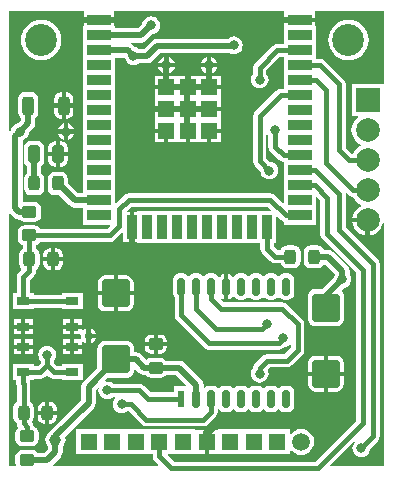
<source format=gtl>
G04 Layer_Physical_Order=1*
G04 Layer_Color=255*
%FSLAX25Y25*%
%MOIN*%
G70*
G01*
G75*
G04:AMPARAMS|DCode=10|XSize=94.49mil|YSize=94.49mil|CornerRadius=11.81mil|HoleSize=0mil|Usage=FLASHONLY|Rotation=90.000|XOffset=0mil|YOffset=0mil|HoleType=Round|Shape=RoundedRectangle|*
%AMROUNDEDRECTD10*
21,1,0.09449,0.07087,0,0,90.0*
21,1,0.07087,0.09449,0,0,90.0*
1,1,0.02362,0.03543,0.03543*
1,1,0.02362,0.03543,-0.03543*
1,1,0.02362,-0.03543,-0.03543*
1,1,0.02362,-0.03543,0.03543*
%
%ADD10ROUNDEDRECTD10*%
G04:AMPARAMS|DCode=11|XSize=39.37mil|YSize=49.21mil|CornerRadius=9.84mil|HoleSize=0mil|Usage=FLASHONLY|Rotation=270.000|XOffset=0mil|YOffset=0mil|HoleType=Round|Shape=RoundedRectangle|*
%AMROUNDEDRECTD11*
21,1,0.03937,0.02953,0,0,270.0*
21,1,0.01969,0.04921,0,0,270.0*
1,1,0.01969,-0.01476,-0.00984*
1,1,0.01969,-0.01476,0.00984*
1,1,0.01969,0.01476,0.00984*
1,1,0.01969,0.01476,-0.00984*
%
%ADD11ROUNDEDRECTD11*%
G04:AMPARAMS|DCode=12|XSize=39.37mil|YSize=62.99mil|CornerRadius=9.84mil|HoleSize=0mil|Usage=FLASHONLY|Rotation=0.000|XOffset=0mil|YOffset=0mil|HoleType=Round|Shape=RoundedRectangle|*
%AMROUNDEDRECTD12*
21,1,0.03937,0.04331,0,0,0.0*
21,1,0.01969,0.06299,0,0,0.0*
1,1,0.01969,0.00984,-0.02165*
1,1,0.01969,-0.00984,-0.02165*
1,1,0.01969,-0.00984,0.02165*
1,1,0.01969,0.00984,0.02165*
%
%ADD12ROUNDEDRECTD12*%
G04:AMPARAMS|DCode=13|XSize=39.37mil|YSize=49.21mil|CornerRadius=9.84mil|HoleSize=0mil|Usage=FLASHONLY|Rotation=0.000|XOffset=0mil|YOffset=0mil|HoleType=Round|Shape=RoundedRectangle|*
%AMROUNDEDRECTD13*
21,1,0.03937,0.02953,0,0,0.0*
21,1,0.01969,0.04921,0,0,0.0*
1,1,0.01969,0.00984,-0.01476*
1,1,0.01969,-0.00984,-0.01476*
1,1,0.01969,-0.00984,0.01476*
1,1,0.01969,0.00984,0.01476*
%
%ADD13ROUNDEDRECTD13*%
G04:AMPARAMS|DCode=14|XSize=60mil|YSize=24mil|CornerRadius=6mil|HoleSize=0mil|Usage=FLASHONLY|Rotation=270.000|XOffset=0mil|YOffset=0mil|HoleType=Round|Shape=RoundedRectangle|*
%AMROUNDEDRECTD14*
21,1,0.06000,0.01200,0,0,270.0*
21,1,0.04800,0.02400,0,0,270.0*
1,1,0.01200,-0.00600,-0.02400*
1,1,0.01200,-0.00600,0.02400*
1,1,0.01200,0.00600,0.02400*
1,1,0.01200,0.00600,-0.02400*
%
%ADD14ROUNDEDRECTD14*%
%ADD15R,0.02400X0.05800*%
%ADD16R,0.05236X0.05236*%
%ADD17R,0.05236X0.05236*%
%ADD18R,0.07874X0.03543*%
%ADD19R,0.03543X0.07874*%
G04:AMPARAMS|DCode=20|XSize=40mil|YSize=60mil|CornerRadius=10mil|HoleSize=0mil|Usage=FLASHONLY|Rotation=0.000|XOffset=0mil|YOffset=0mil|HoleType=Round|Shape=RoundedRectangle|*
%AMROUNDEDRECTD20*
21,1,0.04000,0.04000,0,0,0.0*
21,1,0.02000,0.06000,0,0,0.0*
1,1,0.02000,0.01000,-0.02000*
1,1,0.02000,-0.01000,-0.02000*
1,1,0.02000,-0.01000,0.02000*
1,1,0.02000,0.01000,0.02000*
%
%ADD20ROUNDEDRECTD20*%
%ADD21R,0.04134X0.02559*%
%ADD22C,0.01969*%
%ADD23C,0.01575*%
%ADD24C,0.01000*%
%ADD25C,0.02000*%
%ADD26C,0.02756*%
%ADD27C,0.10630*%
%ADD28R,0.05512X0.05512*%
%ADD29C,0.05906*%
%ADD30C,0.07874*%
%ADD31R,0.07874X0.07874*%
%ADD32C,0.03150*%
%ADD33C,0.02756*%
%ADD34C,0.03937*%
G36*
X125984Y131475D02*
X125886Y131122D01*
X115256D01*
Y120492D01*
X117299D01*
X117433Y120098D01*
X116780Y119598D01*
X115928Y118488D01*
X115393Y117195D01*
X115210Y115807D01*
X115393Y114420D01*
X115928Y113127D01*
X116780Y112016D01*
X117891Y111164D01*
X118278Y111004D01*
Y110610D01*
X117891Y110450D01*
X116780Y109598D01*
X115928Y108487D01*
X115733Y108015D01*
X115186D01*
X113231Y109970D01*
Y131102D01*
X113063Y131947D01*
X112585Y132664D01*
X106266Y138982D01*
X105550Y139461D01*
X104705Y139629D01*
X103307D01*
Y144272D01*
Y150571D01*
X103110D01*
Y151732D01*
X92874D01*
Y150571D01*
X92677D01*
Y144629D01*
X90453D01*
X89608Y144461D01*
X88892Y143982D01*
X83084Y138175D01*
X82606Y137459D01*
X82438Y136614D01*
Y134650D01*
X82066Y134166D01*
X81769Y133448D01*
X81667Y132677D01*
X81769Y131906D01*
X82066Y131188D01*
X82540Y130571D01*
X83157Y130098D01*
X83875Y129800D01*
X84646Y129699D01*
X85417Y129800D01*
X86135Y130098D01*
X86752Y130571D01*
X87225Y131188D01*
X87522Y131906D01*
X87624Y132677D01*
X87522Y133448D01*
X87225Y134166D01*
X86853Y134650D01*
Y135700D01*
X91367Y140214D01*
X92677D01*
Y134272D01*
Y129629D01*
X91594D01*
X90750Y129461D01*
X90033Y128982D01*
X83084Y122034D01*
X82606Y121317D01*
X82438Y120472D01*
Y105512D01*
X82606Y104667D01*
X83084Y103951D01*
X84839Y102196D01*
X84918Y101591D01*
X85216Y100873D01*
X85689Y100256D01*
X86306Y99783D01*
X87024Y99485D01*
X87795Y99384D01*
X88566Y99485D01*
X89284Y99783D01*
X89901Y100256D01*
X90374Y100873D01*
X90672Y101591D01*
X90773Y102362D01*
X90672Y103133D01*
X90374Y103851D01*
X89901Y104468D01*
X89284Y104941D01*
X88566Y105239D01*
X87961Y105319D01*
X86853Y106426D01*
Y114076D01*
X86895Y114099D01*
X87247Y114177D01*
X87556Y113775D01*
Y110236D01*
X87724Y109391D01*
X88203Y108675D01*
X91018Y105860D01*
X91734Y105382D01*
X92579Y105213D01*
X92677D01*
Y99272D01*
Y94272D01*
Y91668D01*
X92313Y91518D01*
X89750Y94081D01*
X89034Y94559D01*
X88189Y94727D01*
X40945D01*
X40100Y94559D01*
X39384Y94081D01*
X36742Y91439D01*
X36378Y91589D01*
Y94272D01*
Y99272D01*
Y104272D01*
Y109272D01*
Y114272D01*
Y119272D01*
Y124272D01*
Y129272D01*
Y134272D01*
Y140013D01*
X39612D01*
X39643Y139780D01*
X39941Y139062D01*
X40414Y138445D01*
X41031Y137972D01*
X41749Y137674D01*
X42520Y137573D01*
X43290Y137674D01*
X44009Y137972D01*
X44231Y138143D01*
X47164D01*
X48086Y138326D01*
X48867Y138848D01*
X51477Y141458D01*
X74634D01*
X75213Y141218D01*
X75984Y141116D01*
X76755Y141218D01*
X77473Y141515D01*
X78090Y141989D01*
X78563Y142605D01*
X78861Y143324D01*
X78962Y144095D01*
X78861Y144865D01*
X78563Y145584D01*
X78090Y146200D01*
X77473Y146674D01*
X76755Y146971D01*
X75984Y147073D01*
X75213Y146971D01*
X74495Y146674D01*
X73975Y146275D01*
X50479D01*
X49558Y146091D01*
X48776Y145569D01*
X46167Y142960D01*
X44231D01*
X44009Y143130D01*
X43290Y143428D01*
X43012Y143465D01*
X42353Y144124D01*
X41636Y144603D01*
X41665Y144898D01*
X41702Y144997D01*
X45059D01*
X45987Y145181D01*
X46773Y145707D01*
X48944Y147878D01*
X49196Y147911D01*
X49914Y148208D01*
X50531Y148681D01*
X51004Y149298D01*
X51302Y150017D01*
X51403Y150787D01*
X51302Y151558D01*
X51004Y152277D01*
X50531Y152893D01*
X49914Y153367D01*
X49196Y153664D01*
X48425Y153766D01*
X47654Y153664D01*
X46936Y153367D01*
X46319Y152893D01*
X45846Y152277D01*
X45548Y151558D01*
X45515Y151306D01*
X44055Y149846D01*
X36378D01*
Y150571D01*
X36181D01*
Y151732D01*
X25945D01*
Y150571D01*
X25748D01*
Y144272D01*
Y139272D01*
Y134272D01*
Y129272D01*
Y124272D01*
Y119272D01*
Y114272D01*
Y109272D01*
Y104272D01*
Y99272D01*
Y94846D01*
X23937D01*
X20716Y98068D01*
Y99508D01*
X20532Y100430D01*
X20010Y101211D01*
X19229Y101733D01*
X18307Y101916D01*
X16339D01*
X15417Y101733D01*
X14636Y101211D01*
X14113Y100430D01*
X13930Y99508D01*
Y96555D01*
X14113Y95633D01*
X14636Y94852D01*
X15417Y94330D01*
X16339Y94147D01*
X17779D01*
X21219Y90707D01*
X22005Y90181D01*
X22933Y89997D01*
X25748D01*
Y84272D01*
X34572D01*
X34723Y83908D01*
X33731Y82916D01*
X11374D01*
X11053Y83396D01*
X10272Y83918D01*
X9350Y84101D01*
X6398D01*
X5476Y83918D01*
X4695Y83396D01*
X4172Y82615D01*
X3989Y81693D01*
Y79724D01*
X4172Y78803D01*
X4695Y78021D01*
X5476Y77499D01*
X5666Y77461D01*
Y76335D01*
X5187Y76014D01*
X4665Y75233D01*
X4481Y74311D01*
Y71358D01*
X4665Y70437D01*
X5187Y69655D01*
X5216Y69362D01*
X4246Y68392D01*
X3767Y67676D01*
X3599Y66831D01*
Y61417D01*
X2362D01*
Y56102D01*
X9252D01*
Y56552D01*
X18701D01*
Y56102D01*
X25591D01*
Y61417D01*
X18701D01*
Y60968D01*
X9252D01*
Y61417D01*
X8015D01*
Y65916D01*
X9435Y67336D01*
X9914Y68053D01*
X10082Y68898D01*
Y69335D01*
X10561Y69655D01*
X11083Y70437D01*
X11267Y71358D01*
Y74311D01*
X11083Y75233D01*
X10561Y76014D01*
X10082Y76335D01*
Y77461D01*
X10272Y77499D01*
X11053Y78021D01*
X11374Y78501D01*
X34646D01*
X35491Y78669D01*
X36207Y79147D01*
X38711Y81652D01*
X39075Y81501D01*
Y78366D01*
X41339D01*
Y83484D01*
Y88602D01*
X40664D01*
X40514Y88966D01*
X41859Y90312D01*
X87274D01*
X88423Y89163D01*
X88273Y88799D01*
X43878D01*
Y88602D01*
X42717D01*
Y83484D01*
Y78366D01*
X43878D01*
Y78169D01*
X84820D01*
Y76358D01*
X84988Y75513D01*
X85466Y74797D01*
X88203Y72061D01*
X88919Y71582D01*
X89764Y71414D01*
X91635D01*
X91672Y71224D01*
X92195Y70443D01*
X92976Y69920D01*
X93898Y69737D01*
X95866D01*
X96788Y69920D01*
X97569Y70443D01*
X98091Y71224D01*
X98275Y72146D01*
Y75098D01*
X98091Y76020D01*
X97569Y76802D01*
X96788Y77324D01*
X95866Y77507D01*
X93898D01*
X92976Y77324D01*
X92195Y76802D01*
X91672Y76020D01*
X91635Y75830D01*
X90678D01*
X89235Y77273D01*
Y78169D01*
X90177D01*
Y86895D01*
X90541Y87046D01*
X91726Y85860D01*
X92443Y85382D01*
X92677Y85335D01*
Y84272D01*
X103307D01*
Y89272D01*
Y93450D01*
X103671Y93601D01*
X104879Y92393D01*
Y81102D01*
X105047Y80257D01*
X105526Y79541D01*
X116690Y68377D01*
Y19025D01*
X103023Y5357D01*
X56033D01*
X53978Y7412D01*
X54129Y7776D01*
X63189D01*
Y7972D01*
X66240D01*
Y11909D01*
Y15846D01*
X63189D01*
Y16043D01*
X23425D01*
Y7776D01*
X48973D01*
Y7087D01*
X49141Y6242D01*
X49620Y5525D01*
X50845Y4301D01*
X50694Y3937D01*
X15774D01*
X15611Y4331D01*
X18238Y6958D01*
X18761Y7740D01*
X18944Y8661D01*
Y10240D01*
X19458Y10911D01*
X19796Y11725D01*
X19911Y12598D01*
X19796Y13472D01*
X19748Y13586D01*
X29262Y23100D01*
X29784Y23881D01*
X29967Y24803D01*
Y29317D01*
X30589Y29939D01*
X30962Y29755D01*
X30880Y29134D01*
X30981Y28363D01*
X31279Y27645D01*
X31752Y27028D01*
X32369Y26555D01*
X33088Y26257D01*
X33858Y26156D01*
X34629Y26257D01*
X35347Y26555D01*
X35831Y26926D01*
X36400D01*
X36526Y26553D01*
X36477Y26515D01*
X36004Y25899D01*
X35706Y25180D01*
X35605Y24409D01*
X35706Y23639D01*
X36004Y22920D01*
X36477Y22303D01*
X37094Y21830D01*
X37812Y21533D01*
X38583Y21431D01*
X39353Y21533D01*
X40072Y21830D01*
X40556Y22202D01*
X40818D01*
X45289Y17730D01*
X46005Y17252D01*
X46850Y17084D01*
X65748D01*
X66593Y17252D01*
X67309Y17730D01*
X70045Y20466D01*
X70524Y21183D01*
X70692Y22028D01*
Y22726D01*
X70748Y22809D01*
X71221D01*
X71458Y22454D01*
X72113Y22017D01*
X72884Y21864D01*
X74084D01*
X74856Y22017D01*
X75510Y22454D01*
X75748Y22809D01*
X76221D01*
X76458Y22454D01*
X77113Y22017D01*
X77884Y21864D01*
X79084D01*
X79856Y22017D01*
X80510Y22454D01*
X80747Y22809D01*
X81221D01*
X81458Y22454D01*
X82112Y22017D01*
X82884Y21864D01*
X84084D01*
X84856Y22017D01*
X85510Y22454D01*
X85747Y22809D01*
X86221D01*
X86458Y22454D01*
X87112Y22017D01*
X87884Y21864D01*
X89084D01*
X89856Y22017D01*
X90510Y22454D01*
X90747Y22809D01*
X91221D01*
X91458Y22454D01*
X92112Y22017D01*
X92884Y21864D01*
X94084D01*
X94856Y22017D01*
X95510Y22454D01*
X95947Y23109D01*
X96101Y23880D01*
Y28680D01*
X95947Y29452D01*
X95510Y30106D01*
X94856Y30544D01*
X94084Y30697D01*
X92884D01*
X92112Y30544D01*
X91458Y30106D01*
X91221Y29751D01*
X90747D01*
X90510Y30106D01*
X89856Y30544D01*
X89084Y30697D01*
X87884D01*
X87112Y30544D01*
X86458Y30106D01*
X86221Y29751D01*
X85747D01*
X85510Y30106D01*
X84856Y30544D01*
X84084Y30697D01*
X82884D01*
X82112Y30544D01*
X81458Y30106D01*
X81221Y29751D01*
X80747D01*
X80510Y30106D01*
X79856Y30544D01*
X79084Y30697D01*
X77884D01*
X77113Y30544D01*
X76458Y30106D01*
X76221Y29751D01*
X75748D01*
X75510Y30106D01*
X74856Y30544D01*
X74084Y30697D01*
X72884D01*
X72113Y30544D01*
X71458Y30106D01*
X71221Y29751D01*
X70748D01*
X70510Y30106D01*
X69856Y30544D01*
X69084Y30697D01*
X67884D01*
X67112Y30544D01*
X66458Y30106D01*
X66286Y29849D01*
X65893Y29969D01*
Y31004D01*
X65709Y31926D01*
X65187Y32707D01*
X59577Y38317D01*
X58796Y38839D01*
X57874Y39023D01*
X53366D01*
X53179Y39301D01*
X52398Y39824D01*
X51476Y40007D01*
X48524D01*
X47602Y39824D01*
X46821Y39301D01*
X46785Y39298D01*
X45010Y41073D01*
X44229Y41595D01*
X43307Y41779D01*
X42739D01*
Y42913D01*
X42651Y43581D01*
X42393Y44204D01*
X41983Y44739D01*
X41448Y45149D01*
X40826Y45407D01*
X40157Y45494D01*
X33071D01*
X32403Y45407D01*
X31780Y45149D01*
X31246Y44739D01*
X30836Y44204D01*
X30578Y43581D01*
X30490Y42913D01*
Y36652D01*
X25856Y32018D01*
X25334Y31237D01*
X25151Y30315D01*
Y25801D01*
X14888Y15538D01*
X14848Y15521D01*
X14149Y14985D01*
X13612Y14286D01*
X13275Y13472D01*
X13160Y12598D01*
X13275Y11725D01*
X13612Y10911D01*
X14127Y10240D01*
Y9659D01*
X12782Y8314D01*
X10452D01*
X10266Y8593D01*
X9485Y9115D01*
X8563Y9298D01*
X5610D01*
X4688Y9115D01*
X3907Y8593D01*
X3385Y7812D01*
X3202Y6890D01*
Y4921D01*
X3319Y4331D01*
X2996Y3937D01*
X1181D01*
Y87747D01*
X1575Y87910D01*
X2813Y86671D01*
X3600Y86146D01*
X4528Y85961D01*
X4528Y85961D01*
X4651D01*
X4695Y85895D01*
X5476Y85373D01*
X6398Y85190D01*
X9350D01*
X10272Y85373D01*
X11053Y85895D01*
X11575Y86677D01*
X11759Y87598D01*
Y89567D01*
X11575Y90489D01*
X11053Y91270D01*
X10272Y91792D01*
X9350Y91975D01*
X6398D01*
X5878Y91872D01*
X5574Y92122D01*
Y112510D01*
X6213Y112775D01*
X6830Y113248D01*
X7304Y113865D01*
X7601Y114584D01*
X7638Y114862D01*
X9183Y116407D01*
X9706Y117189D01*
X9889Y118110D01*
Y119961D01*
X10168Y120147D01*
X10690Y120929D01*
X10873Y121850D01*
Y126181D01*
X10690Y127103D01*
X10168Y127884D01*
X9386Y128406D01*
X8465Y128590D01*
X6496D01*
X5574Y128406D01*
X4793Y127884D01*
X4271Y127103D01*
X4088Y126181D01*
Y121850D01*
X4271Y120929D01*
X4793Y120147D01*
X5072Y119961D01*
Y119108D01*
X4232Y118268D01*
X3954Y118231D01*
X3235Y117933D01*
X2619Y117460D01*
X2145Y116843D01*
X1848Y116125D01*
X1819Y115904D01*
X1533Y115697D01*
X1181Y115854D01*
Y155512D01*
X25608D01*
X25945Y155374D01*
Y153110D01*
X36181D01*
Y155374D01*
X36518Y155512D01*
X92537D01*
X92874Y155374D01*
Y153110D01*
X103110D01*
Y155374D01*
X103447Y155512D01*
X125984D01*
Y131475D01*
D02*
G37*
G36*
X44360Y34911D02*
X45141Y34389D01*
X46063Y34206D01*
X46634D01*
X46821Y33927D01*
X47602Y33405D01*
X48524Y33221D01*
X51476D01*
X52398Y33405D01*
X53179Y33927D01*
X53366Y34206D01*
X56876D01*
X60160Y30922D01*
X60009Y30558D01*
X55906D01*
Y28488D01*
X48256D01*
X46049Y30695D01*
X45333Y31174D01*
X44488Y31342D01*
X35831D01*
X35347Y31713D01*
X34629Y32011D01*
X33858Y32112D01*
X33237Y32030D01*
X33053Y32403D01*
X33896Y33246D01*
X40157D01*
X40826Y33334D01*
X41448Y33591D01*
X41983Y34002D01*
X42393Y34536D01*
X42651Y35159D01*
X42739Y35827D01*
Y36018D01*
X43102Y36169D01*
X44360Y34911D01*
D02*
G37*
G36*
X114049Y94246D02*
X114765Y93767D01*
X115610Y93599D01*
X115733D01*
X115928Y93127D01*
X116780Y92016D01*
X117891Y91164D01*
X118535Y90897D01*
Y90504D01*
X117990Y90278D01*
X116921Y89457D01*
X116100Y88388D01*
X115585Y87143D01*
X115499Y86496D01*
X120571D01*
Y85807D01*
X121260D01*
Y80735D01*
X121907Y80821D01*
X123152Y81336D01*
X124221Y82157D01*
X125041Y83226D01*
X125557Y84471D01*
X125591Y84724D01*
X125984Y84698D01*
Y3937D01*
X108361D01*
X108210Y4301D01*
X116046Y12136D01*
X116342Y11876D01*
X115925Y11332D01*
X115627Y10613D01*
X115526Y9843D01*
X115627Y9072D01*
X115925Y8353D01*
X116398Y7737D01*
X117015Y7263D01*
X117733Y6966D01*
X118504Y6864D01*
X119275Y6966D01*
X119993Y7263D01*
X120610Y7737D01*
X121083Y8353D01*
X121381Y9072D01*
X121460Y9677D01*
X124002Y12218D01*
X124481Y12935D01*
X124649Y13780D01*
Y71260D01*
X124481Y72105D01*
X124002Y72821D01*
X113231Y83592D01*
Y94488D01*
X113221Y94542D01*
X113568Y94727D01*
X114049Y94246D01*
D02*
G37*
%LPC*%
G36*
X114173Y152591D02*
X112861Y152462D01*
X111600Y152079D01*
X110437Y151458D01*
X109418Y150622D01*
X108581Y149602D01*
X107960Y148440D01*
X107577Y147178D01*
X107448Y145866D01*
X107577Y144554D01*
X107960Y143292D01*
X108581Y142130D01*
X109418Y141111D01*
X110437Y140274D01*
X111600Y139653D01*
X112861Y139270D01*
X114173Y139141D01*
X115485Y139270D01*
X116747Y139653D01*
X117910Y140274D01*
X118929Y141111D01*
X119765Y142130D01*
X120387Y143292D01*
X120769Y144554D01*
X120898Y145866D01*
X120769Y147178D01*
X120387Y148440D01*
X119765Y149602D01*
X118929Y150622D01*
X117910Y151458D01*
X116747Y152079D01*
X115485Y152462D01*
X114173Y152591D01*
D02*
G37*
G36*
X11811D02*
X10499Y152462D01*
X9237Y152079D01*
X8075Y151458D01*
X7056Y150622D01*
X6219Y149602D01*
X5598Y148440D01*
X5215Y147178D01*
X5086Y145866D01*
X5215Y144554D01*
X5598Y143292D01*
X6219Y142130D01*
X7056Y141111D01*
X8075Y140274D01*
X9237Y139653D01*
X10499Y139270D01*
X11811Y139141D01*
X13123Y139270D01*
X14385Y139653D01*
X15547Y140274D01*
X16567Y141111D01*
X17403Y142130D01*
X18024Y143292D01*
X18407Y144554D01*
X18536Y145866D01*
X18407Y147178D01*
X18024Y148440D01*
X17403Y149602D01*
X16567Y150622D01*
X15547Y151458D01*
X14385Y152079D01*
X13123Y152462D01*
X11811Y152591D01*
D02*
G37*
G36*
X68405Y140091D02*
Y138091D01*
X70406D01*
X70402Y138121D01*
X70124Y138791D01*
X69682Y139367D01*
X69106Y139809D01*
X68436Y140086D01*
X68405Y140091D01*
D02*
G37*
G36*
X67028D02*
X66997Y140086D01*
X66327Y139809D01*
X65751Y139367D01*
X65309Y138791D01*
X65032Y138121D01*
X65028Y138091D01*
X67028D01*
Y140091D01*
D02*
G37*
G36*
X54232D02*
Y138091D01*
X56232D01*
X56228Y138121D01*
X55951Y138791D01*
X55509Y139367D01*
X54933Y139809D01*
X54263Y140086D01*
X54232Y140091D01*
D02*
G37*
G36*
X52854D02*
X52824Y140086D01*
X52153Y139809D01*
X51578Y139367D01*
X51136Y138791D01*
X50858Y138121D01*
X50854Y138091D01*
X52854D01*
Y140091D01*
D02*
G37*
G36*
X70406Y136713D02*
X68405D01*
Y134713D01*
X68436Y134717D01*
X69106Y134994D01*
X69682Y135436D01*
X70124Y136012D01*
X70402Y136682D01*
X70406Y136713D01*
D02*
G37*
G36*
X67028D02*
X65028D01*
X65032Y136682D01*
X65309Y136012D01*
X65751Y135436D01*
X66327Y134994D01*
X66997Y134717D01*
X67028Y134713D01*
Y136713D01*
D02*
G37*
G36*
X56232D02*
X54232D01*
Y134713D01*
X54263Y134717D01*
X54933Y134994D01*
X55509Y135436D01*
X55951Y136012D01*
X56228Y136682D01*
X56232Y136713D01*
D02*
G37*
G36*
X52854D02*
X50854D01*
X50858Y136682D01*
X51136Y136012D01*
X51578Y135436D01*
X52153Y134994D01*
X52824Y134717D01*
X52854Y134713D01*
Y136713D01*
D02*
G37*
G36*
X52677Y133917D02*
X49567D01*
Y130807D01*
X52677D01*
Y133917D01*
D02*
G37*
G36*
X71614D02*
X68504D01*
Y130807D01*
X71614D01*
Y133917D01*
D02*
G37*
G36*
X67126D02*
X61279D01*
Y130118D01*
X59902D01*
Y133917D01*
X54055D01*
Y130118D01*
X53366D01*
Y129429D01*
X49567D01*
Y126319D01*
Y123583D01*
X53366D01*
Y122205D01*
X49567D01*
Y119095D01*
Y116358D01*
X53366D01*
Y115669D01*
X54055D01*
Y111870D01*
X59902D01*
Y115669D01*
X61279D01*
Y111870D01*
X67126D01*
Y115669D01*
X67815D01*
Y116358D01*
X71614D01*
Y119095D01*
Y122205D01*
X67815D01*
Y123583D01*
X71614D01*
Y126319D01*
Y129429D01*
X67815D01*
Y130118D01*
X67126D01*
Y133917D01*
D02*
G37*
G36*
X20276Y128389D02*
X19980D01*
Y124705D01*
X22483D01*
Y126181D01*
X22315Y127026D01*
X21837Y127742D01*
X21121Y128221D01*
X20276Y128389D01*
D02*
G37*
G36*
X18602D02*
X18307D01*
X17462Y128221D01*
X16746Y127742D01*
X16267Y127026D01*
X16099Y126181D01*
Y124705D01*
X18602D01*
Y128389D01*
D02*
G37*
G36*
X22483Y123327D02*
X19980D01*
Y119643D01*
X20276D01*
X21121Y119811D01*
X21837Y120289D01*
X22315Y121005D01*
X22483Y121850D01*
Y123327D01*
D02*
G37*
G36*
X18602D02*
X16099D01*
Y121850D01*
X16267Y121005D01*
X16746Y120289D01*
X17462Y119811D01*
X18307Y119643D01*
X18602D01*
Y123327D01*
D02*
G37*
G36*
X20768Y118043D02*
Y116043D01*
X22768D01*
X22764Y116074D01*
X22486Y116744D01*
X22044Y117320D01*
X21469Y117762D01*
X20798Y118039D01*
X20768Y118043D01*
D02*
G37*
G36*
X19390D02*
X19359Y118039D01*
X18689Y117762D01*
X18113Y117320D01*
X17672Y116744D01*
X17394Y116074D01*
X17390Y116043D01*
X19390D01*
Y118043D01*
D02*
G37*
G36*
X22768Y114665D02*
X20768D01*
Y112665D01*
X20798Y112669D01*
X21469Y112947D01*
X22044Y113389D01*
X22486Y113964D01*
X22764Y114635D01*
X22768Y114665D01*
D02*
G37*
G36*
X19390D02*
X17390D01*
X17394Y114635D01*
X17672Y113964D01*
X18113Y113389D01*
X18689Y112947D01*
X19359Y112669D01*
X19390Y112665D01*
Y114665D01*
D02*
G37*
G36*
X71614Y114980D02*
X68504D01*
Y111870D01*
X71614D01*
Y114980D01*
D02*
G37*
G36*
X52677Y114980D02*
X49567D01*
Y111870D01*
X52677D01*
Y114980D01*
D02*
G37*
G36*
X18449Y112098D02*
X18138D01*
Y108563D01*
X20673D01*
Y109874D01*
X20503Y110725D01*
X20021Y111446D01*
X19300Y111929D01*
X18449Y112098D01*
D02*
G37*
G36*
X16760D02*
X16449D01*
X15598Y111929D01*
X14876Y111446D01*
X14394Y110725D01*
X14225Y109874D01*
Y108563D01*
X16760D01*
Y112098D01*
D02*
G37*
G36*
X20673Y107185D02*
X18138D01*
Y103650D01*
X18449D01*
X19300Y103820D01*
X20021Y104302D01*
X20503Y105023D01*
X20673Y105874D01*
Y107185D01*
D02*
G37*
G36*
X16760D02*
X14225D01*
Y105874D01*
X14394Y105023D01*
X14876Y104302D01*
X15598Y103820D01*
X16449Y103650D01*
X16760D01*
Y107185D01*
D02*
G37*
G36*
X10449Y112299D02*
X8449D01*
X7521Y112114D01*
X6734Y111588D01*
X6209Y110802D01*
X6024Y109874D01*
Y105874D01*
X6209Y104946D01*
X6734Y104160D01*
X7040Y103955D01*
Y101397D01*
X6762Y101211D01*
X6239Y100430D01*
X6056Y99508D01*
Y96555D01*
X6239Y95633D01*
X6762Y94852D01*
X7543Y94330D01*
X8465Y94147D01*
X10433D01*
X11355Y94330D01*
X12136Y94852D01*
X12658Y95633D01*
X12842Y96555D01*
Y99508D01*
X12658Y100430D01*
X12136Y101211D01*
X11857Y101397D01*
Y103955D01*
X12163Y104160D01*
X12689Y104946D01*
X12873Y105874D01*
Y109874D01*
X12689Y110802D01*
X12163Y111588D01*
X11377Y112114D01*
X10449Y112299D01*
D02*
G37*
G36*
X16732Y76519D02*
X16437D01*
Y73524D01*
X18940D01*
Y74311D01*
X18772Y75156D01*
X18293Y75872D01*
X17577Y76351D01*
X16732Y76519D01*
D02*
G37*
G36*
X15059D02*
X14764D01*
X13919Y76351D01*
X13203Y75872D01*
X12724Y75156D01*
X12556Y74311D01*
Y73524D01*
X15059D01*
Y76519D01*
D02*
G37*
G36*
X18940Y72146D02*
X16437D01*
Y69151D01*
X16732D01*
X17577Y69319D01*
X18293Y69797D01*
X18772Y70513D01*
X18940Y71358D01*
Y72146D01*
D02*
G37*
G36*
X15059D02*
X12556D01*
Y71358D01*
X12724Y70513D01*
X13203Y69797D01*
X13919Y69319D01*
X14764Y69151D01*
X15059D01*
Y72146D01*
D02*
G37*
G36*
X94084Y68097D02*
X92884D01*
X92112Y67944D01*
X91458Y67506D01*
X91221Y67151D01*
X90747D01*
X90510Y67506D01*
X89856Y67944D01*
X89084Y68097D01*
X87884D01*
X87112Y67944D01*
X86458Y67506D01*
X86221Y67151D01*
X85747D01*
X85510Y67506D01*
X84856Y67944D01*
X84084Y68097D01*
X82884D01*
X82112Y67944D01*
X81458Y67506D01*
X81221Y67151D01*
X80747D01*
X80510Y67506D01*
X79856Y67944D01*
X79084Y68097D01*
X77884D01*
X77113Y67944D01*
X76458Y67506D01*
X76095Y66963D01*
X75724Y66928D01*
X75647Y66947D01*
X75368Y67364D01*
X74779Y67758D01*
X74173Y67879D01*
Y63680D01*
Y59482D01*
X74779Y59603D01*
X75368Y59996D01*
X75647Y60413D01*
X75724Y60433D01*
X76095Y60397D01*
X76458Y59854D01*
X77113Y59417D01*
X77884Y59264D01*
X79084D01*
X79856Y59417D01*
X80510Y59854D01*
X80747Y60209D01*
X81221D01*
X81458Y59854D01*
X82112Y59417D01*
X82884Y59264D01*
X84084D01*
X84856Y59417D01*
X85510Y59854D01*
X85747Y60209D01*
X86221D01*
X86458Y59854D01*
X87112Y59417D01*
X87884Y59264D01*
X89084D01*
X89856Y59417D01*
X90510Y59854D01*
X90747Y60209D01*
X91221D01*
X91458Y59854D01*
X92112Y59417D01*
X92884Y59264D01*
X94084D01*
X94856Y59417D01*
X95510Y59854D01*
X95947Y60509D01*
X96101Y61280D01*
Y66080D01*
X95947Y66852D01*
X95510Y67506D01*
X94856Y67944D01*
X94084Y68097D01*
D02*
G37*
G36*
X69084D02*
X67884D01*
X67112Y67944D01*
X66458Y67506D01*
X66221Y67151D01*
X65747D01*
X65510Y67506D01*
X64856Y67944D01*
X64084Y68097D01*
X62884D01*
X62112Y67944D01*
X61458Y67506D01*
X61221Y67151D01*
X60747D01*
X60510Y67506D01*
X59856Y67944D01*
X59084Y68097D01*
X57884D01*
X57112Y67944D01*
X56458Y67506D01*
X56021Y66852D01*
X55868Y66080D01*
Y61280D01*
X56021Y60509D01*
X56277Y60126D01*
Y54114D01*
X56445Y53269D01*
X56923Y52553D01*
X66155Y43321D01*
X66872Y42842D01*
X67716Y42674D01*
X90945D01*
X91790Y42842D01*
X92506Y43321D01*
X92686Y43500D01*
X93291Y43580D01*
X94009Y43878D01*
X94626Y44351D01*
X94664Y44400D01*
X95036Y44274D01*
Y43434D01*
X92786Y41184D01*
X87008D01*
X86163Y41016D01*
X85447Y40538D01*
X83084Y38175D01*
X82606Y37459D01*
X82439Y36621D01*
X82066Y36135D01*
X81769Y35416D01*
X81667Y34646D01*
X81769Y33875D01*
X82066Y33157D01*
X82540Y32540D01*
X83157Y32066D01*
X83875Y31769D01*
X84646Y31667D01*
X85417Y31769D01*
X86135Y32066D01*
X86752Y32540D01*
X87225Y33157D01*
X87522Y33875D01*
X87624Y34646D01*
X87522Y35416D01*
X87243Y36090D01*
X87922Y36769D01*
X93701D01*
X94546Y36937D01*
X95262Y37415D01*
X98805Y40958D01*
X99284Y41675D01*
X99452Y42520D01*
Y51181D01*
X99284Y52026D01*
X98805Y52742D01*
X93687Y57860D01*
X92971Y58339D01*
X92126Y58507D01*
X72568D01*
X71503Y59572D01*
X71497Y59592D01*
X71745Y59899D01*
X71810Y59856D01*
X72189Y59603D01*
X72795Y59482D01*
Y63680D01*
Y67879D01*
X72189Y67758D01*
X71600Y67364D01*
X71321Y66947D01*
X71244Y66928D01*
X70873Y66963D01*
X70510Y67506D01*
X69856Y67944D01*
X69084Y68097D01*
D02*
G37*
G36*
X40157Y67369D02*
X37303D01*
Y62106D01*
X42566D01*
Y64961D01*
X42383Y65882D01*
X41860Y66664D01*
X41079Y67186D01*
X40157Y67369D01*
D02*
G37*
G36*
X35925D02*
X33071D01*
X32149Y67186D01*
X31368Y66664D01*
X30846Y65882D01*
X30662Y64961D01*
Y62106D01*
X35925D01*
Y67369D01*
D02*
G37*
G36*
X42566Y60728D02*
X37303D01*
Y55466D01*
X40157D01*
X41079Y55649D01*
X41860Y56171D01*
X42383Y56952D01*
X42566Y57874D01*
Y60728D01*
D02*
G37*
G36*
X35925D02*
X30662D01*
Y57874D01*
X30846Y56952D01*
X31368Y56171D01*
X32149Y55649D01*
X33071Y55466D01*
X35925D01*
Y60728D01*
D02*
G37*
G36*
X9055Y52756D02*
X6496D01*
Y50984D01*
X9055D01*
Y52756D01*
D02*
G37*
G36*
X25394D02*
X22835D01*
Y50984D01*
X25394D01*
Y52756D01*
D02*
G37*
G36*
X21457D02*
X18898D01*
Y50984D01*
X21457D01*
Y52756D01*
D02*
G37*
G36*
X5118D02*
X2559D01*
Y50984D01*
X5118D01*
Y52756D01*
D02*
G37*
G36*
X103740Y77507D02*
X101772D01*
X100850Y77324D01*
X100069Y76802D01*
X99546Y76020D01*
X99363Y75098D01*
Y72146D01*
X99546Y71224D01*
X100069Y70443D01*
X100850Y69920D01*
X101772Y69737D01*
X103740D01*
X104662Y69920D01*
X105443Y70443D01*
X105958Y71214D01*
X106483D01*
X109796Y67900D01*
Y67853D01*
X109625Y67631D01*
X109328Y66913D01*
X109291Y66635D01*
X105474Y62817D01*
X103150D01*
X102481Y62729D01*
X101859Y62471D01*
X101324Y62061D01*
X100914Y61527D01*
X100656Y60904D01*
X100568Y60236D01*
Y53150D01*
X100656Y52482D01*
X100914Y51859D01*
X101324Y51324D01*
X101859Y50914D01*
X102481Y50656D01*
X103150Y50568D01*
X110236D01*
X110904Y50656D01*
X111527Y50914D01*
X112061Y51324D01*
X112471Y51859D01*
X112729Y52482D01*
X112817Y53150D01*
Y60236D01*
X112729Y60904D01*
X112471Y61527D01*
X112061Y62061D01*
X111998Y62110D01*
X111972Y62503D01*
X112698Y63228D01*
X112976Y63265D01*
X113694Y63563D01*
X114311Y64036D01*
X114784Y64653D01*
X115082Y65371D01*
X115183Y66142D01*
X115082Y66913D01*
X114784Y67631D01*
X114613Y67853D01*
Y68898D01*
X114430Y69819D01*
X113908Y70601D01*
X109183Y75325D01*
X108402Y75847D01*
X107480Y76030D01*
X105958D01*
X105443Y76802D01*
X104662Y77324D01*
X103740Y77507D01*
D02*
G37*
G36*
X26870Y49729D02*
X26269Y49479D01*
X25787Y49110D01*
X25394Y49207D01*
Y49606D01*
X22835D01*
Y47835D01*
X24757D01*
X25017Y47539D01*
X24978Y47244D01*
X25066Y46576D01*
X25143Y46390D01*
X24924Y46063D01*
X22835D01*
Y44291D01*
X25394D01*
Y45281D01*
X25787Y45378D01*
X26269Y45009D01*
X26870Y44760D01*
Y47244D01*
Y49729D01*
D02*
G37*
G36*
X28248D02*
Y47933D01*
X30044D01*
X29794Y48535D01*
X29384Y49069D01*
X28850Y49479D01*
X28248Y49729D01*
D02*
G37*
G36*
X21457Y49606D02*
X18898D01*
Y47835D01*
X21457D01*
Y49606D01*
D02*
G37*
G36*
X9055D02*
X6496D01*
Y47835D01*
X9055D01*
Y49606D01*
D02*
G37*
G36*
X5118D02*
X2559D01*
Y47835D01*
X5118D01*
Y49606D01*
D02*
G37*
G36*
X51476Y47680D02*
X50689D01*
Y45177D01*
X53684D01*
Y45472D01*
X53516Y46317D01*
X53038Y47034D01*
X52321Y47512D01*
X51476Y47680D01*
D02*
G37*
G36*
X49311D02*
X48524D01*
X47679Y47512D01*
X46962Y47034D01*
X46484Y46317D01*
X46316Y45472D01*
Y45177D01*
X49311D01*
Y47680D01*
D02*
G37*
G36*
X30044Y46555D02*
X28248D01*
Y44760D01*
X28850Y45009D01*
X29384Y45419D01*
X29794Y45954D01*
X30044Y46555D01*
D02*
G37*
G36*
X21457Y46063D02*
X18898D01*
Y44291D01*
X21457D01*
Y46063D01*
D02*
G37*
G36*
X9055D02*
X6496D01*
Y44291D01*
X9055D01*
Y46063D01*
D02*
G37*
G36*
X5118D02*
X2559D01*
Y44291D01*
X5118D01*
Y46063D01*
D02*
G37*
G36*
X53684Y43799D02*
X50689D01*
Y41296D01*
X51476D01*
X52321Y41464D01*
X53038Y41943D01*
X53516Y42659D01*
X53684Y43504D01*
Y43799D01*
D02*
G37*
G36*
X49311D02*
X46316D01*
Y43504D01*
X46484Y42659D01*
X46962Y41943D01*
X47679Y41464D01*
X48524Y41296D01*
X49311D01*
Y43799D01*
D02*
G37*
G36*
X25394Y42913D02*
X22835D01*
Y41142D01*
X25394D01*
Y42913D01*
D02*
G37*
G36*
X21457D02*
X18898D01*
Y41142D01*
X21457D01*
Y42913D01*
D02*
G37*
G36*
X9055D02*
X6496D01*
Y41142D01*
X9055D01*
Y42913D01*
D02*
G37*
G36*
X5118D02*
X2559D01*
Y41142D01*
X5118D01*
Y42913D01*
D02*
G37*
G36*
X13780Y43923D02*
X13009Y43822D01*
X12290Y43524D01*
X11674Y43051D01*
X11200Y42434D01*
X10903Y41716D01*
X10801Y40945D01*
X10903Y40174D01*
X11200Y39456D01*
X11572Y38972D01*
Y38316D01*
X10601Y37346D01*
X9252D01*
Y37795D01*
X2362D01*
Y32480D01*
X3402D01*
Y31496D01*
X3571Y30651D01*
X3698Y30461D01*
Y25153D01*
X3218Y24833D01*
X2696Y24052D01*
X2513Y23130D01*
Y20177D01*
X2696Y19255D01*
X3218Y18474D01*
X3698Y18154D01*
Y18110D01*
X3866Y17265D01*
X4247Y16694D01*
X3907Y16467D01*
X3385Y15686D01*
X3202Y14764D01*
Y12795D01*
X3385Y11874D01*
X3907Y11092D01*
X4688Y10570D01*
X5610Y10387D01*
X8563D01*
X9485Y10570D01*
X10266Y11092D01*
X10788Y11874D01*
X10971Y12795D01*
Y14764D01*
X10788Y15686D01*
X10266Y16467D01*
X9485Y16989D01*
X9274Y17031D01*
X9126Y17774D01*
X8648Y18490D01*
X8621Y18517D01*
X9115Y19255D01*
X9298Y20177D01*
Y23130D01*
X9115Y24052D01*
X8593Y24833D01*
X8113Y25153D01*
Y31201D01*
X7945Y32046D01*
X7918Y32087D01*
X8107Y32480D01*
X9252D01*
Y32930D01*
X11516D01*
X12361Y33098D01*
X13077Y33577D01*
X13780Y34279D01*
X14482Y33577D01*
X15198Y33098D01*
X16043Y32930D01*
X18701D01*
Y32480D01*
X25591D01*
Y37795D01*
X18701D01*
Y37346D01*
X16958D01*
X15987Y38316D01*
Y38972D01*
X16359Y39456D01*
X16656Y40174D01*
X16758Y40945D01*
X16656Y41716D01*
X16359Y42434D01*
X15886Y43051D01*
X15269Y43524D01*
X14550Y43822D01*
X13780Y43923D01*
D02*
G37*
G36*
X110236Y40598D02*
X107382D01*
Y35335D01*
X112645D01*
Y38189D01*
X112461Y39111D01*
X111939Y39892D01*
X111158Y40414D01*
X110236Y40598D01*
D02*
G37*
G36*
X106004D02*
X103150D01*
X102228Y40414D01*
X101447Y39892D01*
X100925Y39111D01*
X100741Y38189D01*
Y35335D01*
X106004D01*
Y40598D01*
D02*
G37*
G36*
X112645Y33957D02*
X107382D01*
Y28694D01*
X110236D01*
X111158Y28877D01*
X111939Y29399D01*
X112461Y30181D01*
X112645Y31102D01*
Y33957D01*
D02*
G37*
G36*
X106004D02*
X100741D01*
Y31102D01*
X100925Y30181D01*
X101447Y29399D01*
X102228Y28877D01*
X103150Y28694D01*
X106004D01*
Y33957D01*
D02*
G37*
G36*
X14764Y25338D02*
X14469D01*
Y22343D01*
X16972D01*
Y23130D01*
X16804Y23975D01*
X16325Y24691D01*
X15609Y25170D01*
X14764Y25338D01*
D02*
G37*
G36*
X13091D02*
X12795D01*
X11950Y25170D01*
X11234Y24691D01*
X10756Y23975D01*
X10588Y23130D01*
Y22343D01*
X13091D01*
Y25338D01*
D02*
G37*
G36*
X16972Y20965D02*
X14469D01*
Y17969D01*
X14764D01*
X15609Y18137D01*
X16325Y18616D01*
X16804Y19332D01*
X16972Y20177D01*
Y20965D01*
D02*
G37*
G36*
X13091D02*
X10588D01*
Y20177D01*
X10756Y19332D01*
X11234Y18616D01*
X11950Y18137D01*
X12795Y17969D01*
X13091D01*
Y20965D01*
D02*
G37*
G36*
X98425Y16277D02*
X97295Y16129D01*
X96241Y15692D01*
X95337Y14998D01*
X95058Y14635D01*
X94685Y14762D01*
Y16043D01*
X70669D01*
Y15846D01*
X67618D01*
Y11909D01*
Y7972D01*
X70669D01*
Y7776D01*
X94685D01*
Y9057D01*
X95058Y9184D01*
X95337Y8821D01*
X96241Y8127D01*
X97295Y7690D01*
X98425Y7541D01*
X99556Y7690D01*
X100609Y8127D01*
X101514Y8821D01*
X102208Y9725D01*
X102644Y10779D01*
X102793Y11909D01*
X102644Y13040D01*
X102208Y14094D01*
X101514Y14998D01*
X100609Y15692D01*
X99556Y16129D01*
X98425Y16277D01*
D02*
G37*
G36*
X119882Y85118D02*
X115499D01*
X115585Y84471D01*
X116100Y83226D01*
X116921Y82157D01*
X117990Y81336D01*
X119235Y80821D01*
X119882Y80735D01*
Y85118D01*
D02*
G37*
%LPD*%
D10*
X36614Y61417D02*
D03*
Y39370D02*
D03*
X106693Y34646D02*
D03*
Y56693D02*
D03*
D11*
X50000Y44488D02*
D03*
Y36614D02*
D03*
X7874Y80709D02*
D03*
Y88583D02*
D03*
X7087Y13780D02*
D03*
Y5906D02*
D03*
D12*
X7480Y124016D02*
D03*
X19291D02*
D03*
D13*
X7874Y72835D02*
D03*
X15748D02*
D03*
X5906Y21654D02*
D03*
X13780D02*
D03*
X102756Y73622D02*
D03*
X94882D02*
D03*
X17323Y98032D02*
D03*
X9449D02*
D03*
D14*
X93484Y26280D02*
D03*
X83484D02*
D03*
X78484D02*
D03*
X88484D02*
D03*
X73484D02*
D03*
X63484D02*
D03*
X68484D02*
D03*
X88484Y63680D02*
D03*
X83484D02*
D03*
X78484D02*
D03*
X93484D02*
D03*
X73484D02*
D03*
X58484D02*
D03*
X63484D02*
D03*
X68484D02*
D03*
D15*
X58484Y26280D02*
D03*
D16*
X53366Y130118D02*
D03*
X67815Y115669D02*
D03*
X53366Y122894D02*
D03*
X67815D02*
D03*
X60590D02*
D03*
D17*
X67815Y130118D02*
D03*
X60590Y115669D02*
D03*
X53366D02*
D03*
X60590Y130118D02*
D03*
D18*
X97992Y87421D02*
D03*
X31063D02*
D03*
Y97421D02*
D03*
Y92421D02*
D03*
Y122421D02*
D03*
Y117421D02*
D03*
Y112421D02*
D03*
Y102421D02*
D03*
Y107421D02*
D03*
Y132421D02*
D03*
Y127421D02*
D03*
Y137421D02*
D03*
Y142421D02*
D03*
Y152421D02*
D03*
Y147421D02*
D03*
X97992D02*
D03*
Y137421D02*
D03*
Y142421D02*
D03*
Y132421D02*
D03*
Y122421D02*
D03*
Y127421D02*
D03*
Y102421D02*
D03*
Y97421D02*
D03*
Y107421D02*
D03*
Y112421D02*
D03*
Y117421D02*
D03*
Y92421D02*
D03*
Y152421D02*
D03*
D19*
X42028Y83484D02*
D03*
X87028D02*
D03*
X52028D02*
D03*
X47028D02*
D03*
X77028D02*
D03*
X72028D02*
D03*
X67028D02*
D03*
X57028D02*
D03*
X62028D02*
D03*
X82028D02*
D03*
D20*
X9449Y107874D02*
D03*
X17449D02*
D03*
D21*
X22146Y50295D02*
D03*
Y58760D02*
D03*
X5807Y50295D02*
D03*
Y58760D02*
D03*
Y43602D02*
D03*
Y35138D02*
D03*
X22146Y43602D02*
D03*
Y35138D02*
D03*
D22*
X27559Y24803D02*
Y30315D01*
X16535Y13780D02*
X27559Y24803D01*
X16535Y12598D02*
Y13780D01*
X4724Y115354D02*
X7480Y118110D01*
Y124016D01*
X40650Y142421D02*
X42520Y140551D01*
X31063Y142421D02*
X40650D01*
X102756Y73622D02*
X107480D01*
X112205Y66142D02*
Y68898D01*
X107480Y73622D02*
X112205Y68898D01*
X106693Y56693D02*
Y60630D01*
X112205Y66142D01*
X63484Y26280D02*
Y31004D01*
X57874Y36614D02*
X63484Y31004D01*
X7087Y5906D02*
X13780D01*
X36614Y39370D02*
X43307D01*
X46063Y36614D01*
X27559Y30315D02*
X36614Y39370D01*
X22500Y152421D02*
X31063D01*
X42028Y75295D02*
Y83484D01*
X90492Y152421D02*
X97992D01*
X75756Y143866D02*
X75984Y144095D01*
X47164Y140551D02*
X50479Y143866D01*
X75756D01*
X42520Y140551D02*
X47164D01*
X9449Y98032D02*
Y107874D01*
X13780Y5906D02*
X16535Y8661D01*
Y12598D01*
X46063Y36614D02*
X57874D01*
D23*
X84646Y132677D02*
Y136614D01*
X90945Y44882D02*
X92520Y46457D01*
X67716Y44882D02*
X90945D01*
X58484Y54114D02*
X67716Y44882D01*
X118898Y18110D02*
Y69291D01*
X107087Y81102D02*
X118898Y69291D01*
X107087Y81102D02*
Y93307D01*
X122441Y13780D02*
Y71260D01*
X111024Y82677D02*
X122441Y71260D01*
X111024Y82677D02*
Y94488D01*
X103937Y3150D02*
X118898Y18110D01*
X55118Y3150D02*
X103937D01*
X51181Y7087D02*
X55118Y3150D01*
X114272Y105807D02*
X120571D01*
X37795Y89370D02*
X40945Y92520D01*
X37795Y83858D02*
Y89370D01*
X5807Y58760D02*
Y66831D01*
Y58760D02*
X22146D01*
X91594Y127421D02*
X97992D01*
X63484Y56201D02*
Y63680D01*
X58484Y54114D02*
Y63680D01*
X68484Y59469D02*
Y63680D01*
X63484Y56201D02*
X70079Y49606D01*
X85433D01*
X87008Y51181D01*
X68484Y59469D02*
X71653Y56299D01*
X92126D01*
X97244Y51181D01*
X40945Y92520D02*
X88189D01*
X93287Y87421D01*
X97992D01*
Y132421D02*
X103405D01*
X92579Y107421D02*
X97992D01*
X89764Y110236D02*
X92579Y107421D01*
X89764Y110236D02*
Y115748D01*
X84646Y105512D02*
X87795Y102362D01*
X84646Y105512D02*
Y120472D01*
X91594Y127421D01*
X103405Y132421D02*
X106693Y129134D01*
X111024Y109055D02*
X114272Y105807D01*
X106693Y104724D02*
Y129134D01*
Y104724D02*
X115610Y95807D01*
X120571D01*
X97992Y102421D02*
X103091D01*
X118504Y9843D02*
X122441Y13780D01*
X51181Y7087D02*
Y11909D01*
X97992Y97421D02*
X102972D01*
X107087Y93307D01*
X103091Y102421D02*
X111024Y94488D01*
X89764Y73622D02*
X94882D01*
X87028Y76358D02*
X89764Y73622D01*
X87028Y76358D02*
Y83484D01*
X84646Y136614D02*
X90453Y142421D01*
X97992D01*
Y137421D02*
X104705D01*
X111024Y131102D01*
Y109055D02*
Y131102D01*
X5610Y34941D02*
X5807Y35138D01*
X7874Y80709D02*
X34646D01*
X37795Y83858D01*
X7874Y72835D02*
X7874Y72835D01*
Y80709D01*
X7874Y68898D02*
Y72835D01*
X5807Y66831D02*
X7874Y68898D01*
X16043Y35138D02*
X22146D01*
X97244Y42520D02*
Y51181D01*
X93701Y38976D02*
X97244Y42520D01*
X84646Y34646D02*
Y36614D01*
X87008Y38976D01*
X93701D01*
X5610Y31496D02*
X5906Y31201D01*
X5610Y31496D02*
Y34941D01*
X5906Y21654D02*
Y31201D01*
Y18110D02*
Y21654D01*
Y18110D02*
X7087Y16929D01*
Y13780D02*
Y16929D01*
X68484Y22028D02*
Y26280D01*
X65748Y19291D02*
X68484Y22028D01*
X5807Y35138D02*
X11516D01*
X13780Y37402D01*
Y40945D01*
Y37402D02*
X16043Y35138D01*
X38583Y24409D02*
X41732D01*
X46850Y19291D01*
X65748D01*
X33858Y29134D02*
X44488D01*
X47342Y26280D01*
X58484D01*
D24*
X60335Y130374D02*
X60590Y130118D01*
D25*
X60335Y115925D02*
X60590Y115669D01*
X53366Y122894D02*
X53405Y122933D01*
X60335D01*
X53366Y130118D02*
X60335D01*
X60590D01*
X67815D01*
X53543Y130295D02*
Y137402D01*
X53366Y130118D02*
X53543Y130295D01*
X60630Y130669D02*
Y135039D01*
X48366Y122894D02*
X53366D01*
X60590D02*
X67815D01*
X22933Y92421D02*
X31063D01*
X3150Y89764D02*
X4528Y88386D01*
X3150Y89764D02*
Y113779D01*
X4724Y115354D01*
X31063Y147421D02*
X45059D01*
X48425Y150787D01*
X31063Y152421D02*
X41339D01*
X67716Y130217D02*
Y137402D01*
Y130217D02*
X67815Y130118D01*
X17323Y98032D02*
X22933Y92421D01*
X4528Y88386D02*
X8169D01*
X60335Y115925D02*
Y122933D01*
Y130118D01*
Y130374D01*
X60630Y130669D01*
D26*
X66929Y11909D02*
Y14961D01*
X70866Y18898D01*
X71260D01*
D27*
X114173Y145866D02*
D03*
X11811D02*
D03*
D28*
X90551Y11909D02*
D03*
X82677D02*
D03*
X74803D02*
D03*
X66929D02*
D03*
X59055D02*
D03*
X51181D02*
D03*
X43307D02*
D03*
X35433D02*
D03*
X27559D02*
D03*
D29*
X98425D02*
D03*
D30*
X120571Y105807D02*
D03*
Y115807D02*
D03*
Y95807D02*
D03*
Y85807D02*
D03*
D31*
Y125807D02*
D03*
D32*
X84646Y132677D02*
D03*
X53543Y137402D02*
D03*
X67716D02*
D03*
X20079Y115354D02*
D03*
X87008Y51181D02*
D03*
X92520Y46457D02*
D03*
X89764Y115748D02*
D03*
X87795Y102362D02*
D03*
X118504Y9843D02*
D03*
X75984Y144095D02*
D03*
X4724Y115354D02*
D03*
X42520Y140551D02*
D03*
X48425Y150787D02*
D03*
X112205Y66142D02*
D03*
X84646Y34646D02*
D03*
X33858Y29134D02*
D03*
X13780Y40945D02*
D03*
X38583Y24409D02*
D03*
D33*
X27559Y47244D02*
D03*
D34*
X16535Y12598D02*
D03*
M02*

</source>
